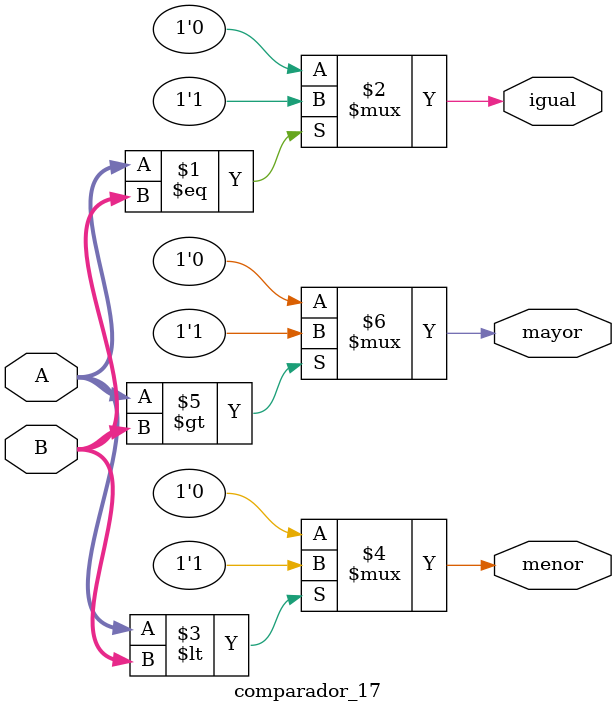
<source format=v>
`timescale 1ns / 1ps


module comparador_17(
    input [16:0] A,
    input [16:0] B,
    output igual,
    output menor,
    output mayor
    );
    
    assign igual = (A==B)?1'b1:1'b0;
    assign menor = (A<B)?1'b1:1'b0;
    assign mayor = (A>B)?1'b1:1'b0;  
endmodule

</source>
